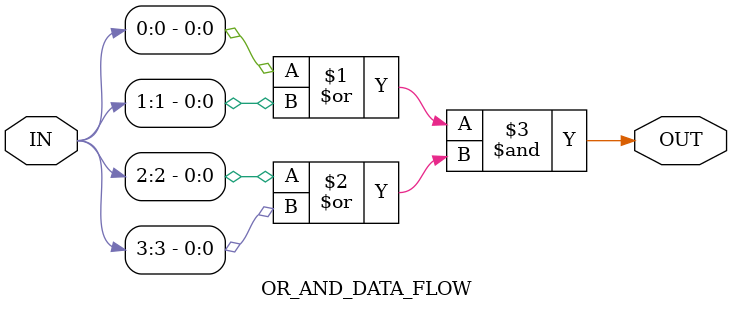
<source format=v>

module OR_AND_DATA_FLOW(IN, OUT);

	input [3:0] IN;
	output OUT;
	
	assign OUT = (IN[0]|IN[1]) & (IN[2]|IN[3]);
	
endmodule

</source>
